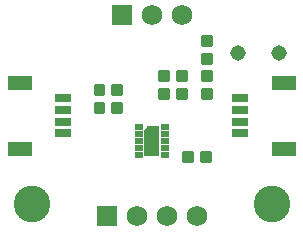
<source format=gbr>
G04 EAGLE Gerber RS-274X export*
G75*
%MOMM*%
%FSLAX34Y34*%
%LPD*%
%AMOC8*
5,1,8,0,0,1.08239X$1,22.5*%
G01*
%ADD10C,3.101600*%
%ADD11C,0.326897*%
%ADD12R,1.752600X1.752600*%
%ADD13C,1.752600*%
%ADD14R,1.451600X0.701600*%
%ADD15R,2.101600X1.301600*%
%ADD16C,1.309600*%
%ADD17R,0.801600X0.501600*%

G36*
X133266Y65906D02*
X133266Y65906D01*
X133283Y65903D01*
X133333Y65925D01*
X133384Y65940D01*
X133395Y65953D01*
X133411Y65960D01*
X133441Y66005D01*
X133476Y66045D01*
X133479Y66062D01*
X133488Y66077D01*
X133499Y66150D01*
X133499Y90650D01*
X133494Y90666D01*
X133497Y90683D01*
X133475Y90733D01*
X133460Y90784D01*
X133447Y90795D01*
X133440Y90811D01*
X133395Y90841D01*
X133355Y90876D01*
X133338Y90879D01*
X133324Y90888D01*
X133250Y90899D01*
X123500Y90899D01*
X123442Y90882D01*
X123384Y90870D01*
X123372Y90862D01*
X123366Y90860D01*
X123359Y90852D01*
X123324Y90826D01*
X120574Y88076D01*
X120545Y88024D01*
X120512Y87974D01*
X120510Y87959D01*
X120507Y87954D01*
X120507Y87943D01*
X120501Y87900D01*
X120501Y66150D01*
X120506Y66134D01*
X120503Y66117D01*
X120525Y66067D01*
X120540Y66016D01*
X120553Y66005D01*
X120560Y65989D01*
X120605Y65959D01*
X120645Y65924D01*
X120662Y65921D01*
X120677Y65912D01*
X120750Y65901D01*
X133250Y65901D01*
X133266Y65906D01*
G37*
D10*
X25400Y25400D03*
X228600Y25400D03*
D11*
X176547Y68663D02*
X169909Y68663D01*
X176547Y68663D02*
X176547Y62025D01*
X169909Y62025D01*
X169909Y68663D01*
X169909Y65131D02*
X176547Y65131D01*
X176547Y68237D02*
X169909Y68237D01*
X161307Y68663D02*
X154669Y68663D01*
X161307Y68663D02*
X161307Y62025D01*
X154669Y62025D01*
X154669Y68663D01*
X154669Y65131D02*
X161307Y65131D01*
X161307Y68237D02*
X154669Y68237D01*
D12*
X88900Y15000D03*
D13*
X114300Y15000D03*
X139700Y15000D03*
X165100Y15000D03*
D14*
X52000Y115000D03*
X52000Y105000D03*
X52000Y95000D03*
X52000Y85000D03*
D15*
X15250Y72000D03*
X15250Y128000D03*
D14*
X202000Y85000D03*
X202000Y95000D03*
X202000Y105000D03*
X202000Y115000D03*
D15*
X238750Y128000D03*
X238750Y72000D03*
D12*
X101600Y185000D03*
D13*
X127000Y185000D03*
X152400Y185000D03*
D11*
X140987Y121749D02*
X140987Y115111D01*
X134349Y115111D01*
X134349Y121749D01*
X140987Y121749D01*
X140987Y118217D02*
X134349Y118217D01*
X134349Y121323D02*
X140987Y121323D01*
X140987Y130351D02*
X140987Y136989D01*
X140987Y130351D02*
X134349Y130351D01*
X134349Y136989D01*
X140987Y136989D01*
X140987Y133457D02*
X134349Y133457D01*
X134349Y136563D02*
X140987Y136563D01*
X156227Y121749D02*
X156227Y115111D01*
X149589Y115111D01*
X149589Y121749D01*
X156227Y121749D01*
X156227Y118217D02*
X149589Y118217D01*
X149589Y121323D02*
X156227Y121323D01*
X156227Y130351D02*
X156227Y136989D01*
X156227Y130351D02*
X149589Y130351D01*
X149589Y136989D01*
X156227Y136989D01*
X156227Y133457D02*
X149589Y133457D01*
X149589Y136563D02*
X156227Y136563D01*
X86123Y109811D02*
X86123Y103173D01*
X79485Y103173D01*
X79485Y109811D01*
X86123Y109811D01*
X86123Y106279D02*
X79485Y106279D01*
X79485Y109385D02*
X86123Y109385D01*
X86123Y118413D02*
X86123Y125051D01*
X86123Y118413D02*
X79485Y118413D01*
X79485Y125051D01*
X86123Y125051D01*
X86123Y121519D02*
X79485Y121519D01*
X79485Y124625D02*
X86123Y124625D01*
X177309Y145017D02*
X177309Y151655D01*
X177309Y145017D02*
X170671Y145017D01*
X170671Y151655D01*
X177309Y151655D01*
X177309Y148123D02*
X170671Y148123D01*
X170671Y151229D02*
X177309Y151229D01*
X177309Y160257D02*
X177309Y166895D01*
X177309Y160257D02*
X170671Y160257D01*
X170671Y166895D01*
X177309Y166895D01*
X177309Y163363D02*
X170671Y163363D01*
X170671Y166469D02*
X177309Y166469D01*
D16*
X200178Y153416D03*
X235178Y153416D03*
D11*
X170671Y136989D02*
X170671Y130351D01*
X170671Y136989D02*
X177309Y136989D01*
X177309Y130351D01*
X170671Y130351D01*
X170671Y133457D02*
X177309Y133457D01*
X177309Y136563D02*
X170671Y136563D01*
X170671Y121749D02*
X170671Y115111D01*
X170671Y121749D02*
X177309Y121749D01*
X177309Y115111D01*
X170671Y115111D01*
X170671Y118217D02*
X177309Y118217D01*
X177309Y121323D02*
X170671Y121323D01*
X94471Y118413D02*
X94471Y125051D01*
X101109Y125051D01*
X101109Y118413D01*
X94471Y118413D01*
X94471Y121519D02*
X101109Y121519D01*
X101109Y124625D02*
X94471Y124625D01*
X94471Y109811D02*
X94471Y103173D01*
X94471Y109811D02*
X101109Y109811D01*
X101109Y103173D01*
X94471Y103173D01*
X94471Y106279D02*
X101109Y106279D01*
X101109Y109385D02*
X94471Y109385D01*
D17*
X116000Y90400D03*
X116000Y84400D03*
X116000Y78400D03*
X116000Y72400D03*
X116000Y66400D03*
X138000Y66400D03*
X138000Y72400D03*
X138000Y78400D03*
X138000Y84400D03*
X138000Y90400D03*
M02*

</source>
